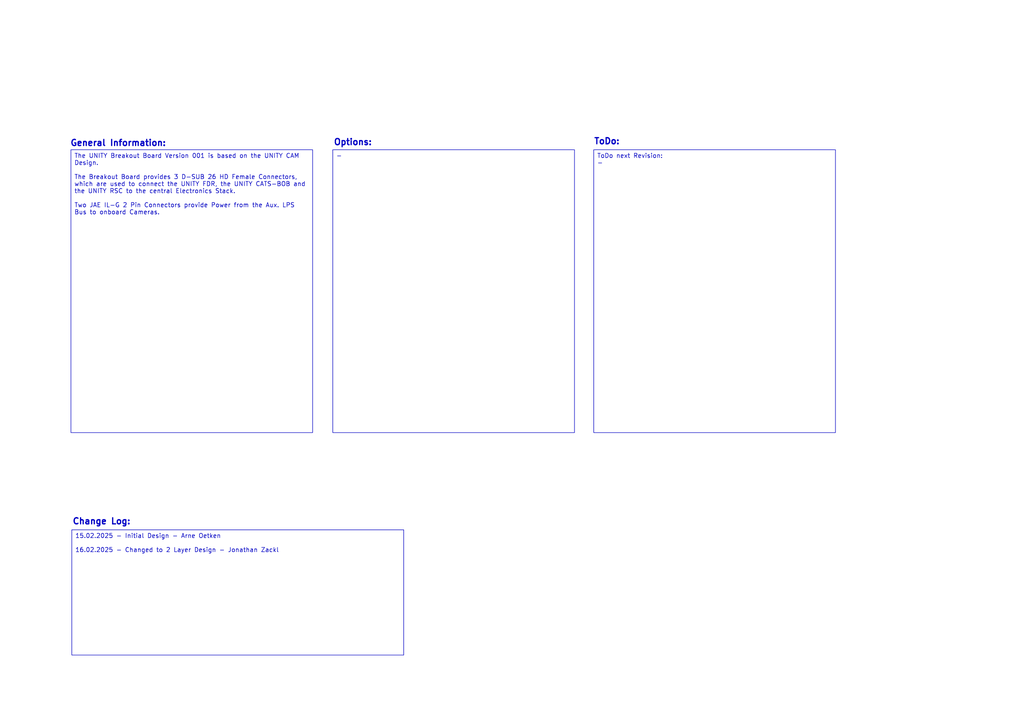
<source format=kicad_sch>
(kicad_sch
	(version 20250114)
	(generator "eeschema")
	(generator_version "9.0")
	(uuid "4146ebe5-fef3-4b43-b0fc-f8c36ef12e24")
	(paper "A4")
	(title_block
		(title "Sensor MCU")
		(date "2025-08-23")
		(rev "0")
		(company "E.R.I.G. e.V")
	)
	(lib_symbols)
	(text "Change Log:"
		(exclude_from_sim no)
		(at 29.464 151.384 0)
		(effects
			(font
				(size 1.778 1.778)
				(bold yes)
			)
		)
		(uuid "13288016-2722-430d-89ad-d6beb89566df")
	)
	(text "General Information:"
		(exclude_from_sim no)
		(at 34.29 41.656 0)
		(effects
			(font
				(size 1.778 1.778)
				(thickness 0.3556)
				(bold yes)
			)
		)
		(uuid "918166cd-1585-47b7-8738-49521bf3ae8a")
	)
	(text "Options:"
		(exclude_from_sim no)
		(at 102.362 41.402 0)
		(effects
			(font
				(size 1.778 1.778)
				(bold yes)
			)
		)
		(uuid "be7cfd40-b276-415d-b9cd-339cb79cb84e")
	)
	(text "ToDo:"
		(exclude_from_sim no)
		(at 176.022 41.148 0)
		(effects
			(font
				(size 1.778 1.778)
				(bold yes)
			)
		)
		(uuid "fc741d52-a523-4cc5-be4e-7f0ed6a43bd6")
	)
	(text_box "-"
		(exclude_from_sim no)
		(at 96.52 43.434 0)
		(size 70.104 82.042)
		(margins 0.9525 0.9525 0.9525 0.9525)
		(stroke
			(width 0)
			(type default)
		)
		(fill
			(type none)
		)
		(effects
			(font
				(size 1.27 1.27)
			)
			(justify left top)
		)
		(uuid "1b161cec-5806-480b-9084-698f86f0433b")
	)
	(text_box "15.02.2025 - Initial Design - Arne Oetken\n\n16.02.2025 - Changed to 2 Layer Design - Jonathan Zackl"
		(exclude_from_sim no)
		(at 20.828 153.67 0)
		(size 96.266 36.322)
		(margins 0.9525 0.9525 0.9525 0.9525)
		(stroke
			(width 0)
			(type default)
		)
		(fill
			(type none)
		)
		(effects
			(font
				(size 1.27 1.27)
			)
			(justify left top)
		)
		(uuid "bf151b75-268b-40bf-b0da-8004044a3140")
	)
	(text_box "The UNITY Breakout Board Version 001 is based on the UNITY CAM Design.\n\nThe Breakout Board provides 3 D-SUB 26 HD Female Connectors, which are used to connect the UNITY FDR, the UNITY CATS-BOB and the UNITY RSC to the central Electronics Stack.\n\nTwo JAE IL-G 2 Pin Connectors provide Power from the Aux. LPS Bus to onboard Cameras."
		(exclude_from_sim no)
		(at 20.574 43.434 0)
		(size 70.104 82.042)
		(margins 0.9525 0.9525 0.9525 0.9525)
		(stroke
			(width 0)
			(type default)
		)
		(fill
			(type none)
		)
		(effects
			(font
				(size 1.27 1.27)
			)
			(justify left top)
		)
		(uuid "d4c26c84-52e7-4826-b26c-415ec9254de3")
	)
	(text_box "ToDo next Revision:\n- "
		(exclude_from_sim no)
		(at 172.212 43.434 0)
		(size 70.104 82.042)
		(margins 0.9525 0.9525 0.9525 0.9525)
		(stroke
			(width 0)
			(type default)
		)
		(fill
			(type none)
		)
		(effects
			(font
				(size 1.27 1.27)
			)
			(justify left top)
		)
		(uuid "e282c4b4-f09f-406f-8bd3-0ebf392c9bcb")
	)
)

</source>
